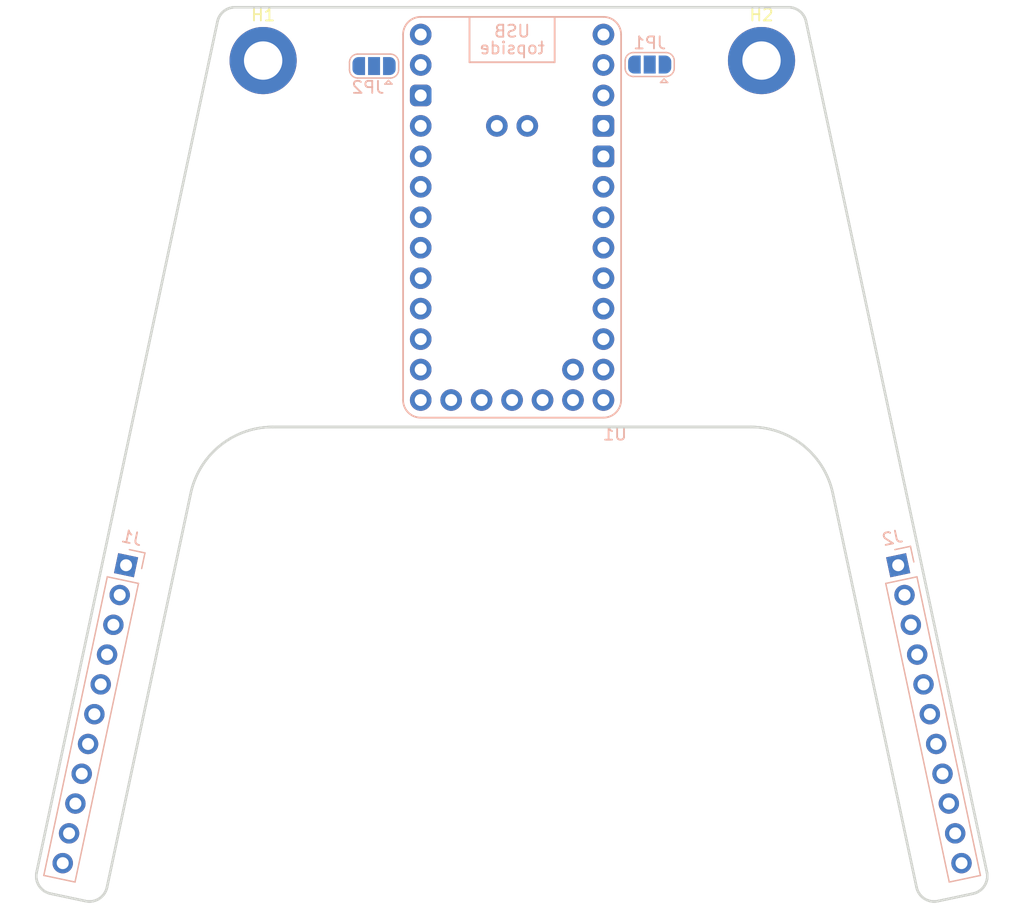
<source format=kicad_pcb>
(kicad_pcb (version 20240108) (generator "pcbnew") (generator_version "8.0")
  (layers (0 "F.Cu" signal) (31 "B.Cu" signal) (34 "B.Paste" user) (35 "F.Paste" user) (36 "B.SilkS" user "B.Silkscreen") (37 "F.SilkS" user "F.Silkscreen") (38 "B.Mask" user) (39 "F.Mask" user) (44 "Edge.Cuts" user))
  (net 0 "")
  (net 1 "col5")
  (net 2 "rgb")
  (net 3 "row2")
  (net 4 "row0")
  (net 5 "col4")
  (net 6 "col2")
  (net 7 "col3")
  (net 8 "row1")
  (net 9 "row3")
  (net 10 "col0")
  (net 11 "col1")
  (net 12 "col8")
  (net 13 "row5")
  (net 14 "col10")
  (net 15 "col6")
  (net 16 "GND")
  (net 17 "col9")
  (net 18 "row4")
  (net 19 "col7")
  (net 20 "col11")
  (net 21 "vcc")
  (net 22 "vccrgb")
  (net 32 "Net-(JP1-B)")
  (net 33 "Net-(JP1-A)")
  (net 34 "Net-(JP2-A)")
  (footprint "MountingHole:MountingHole_3.2mm_M3_DIN965_Pad" (layer "F.Cu") (at 219.0026 138.860167)
    (property "Reference" "H2" (at 0 -3.8 0) (layer "F.SilkS"))
    (property "Value" "MountingHole")
    (pad "1" thru_hole circle (at 0 0) (size 5.6 5.6) (drill 3.2) (layers "*.Cu" "*.Mask"))
  )
  (footprint "MountingHole:MountingHole_3.2mm_M3_DIN965_Pad" (layer "F.Cu") (at 177.4406 138.860167)
    (property "Reference" "H1" (at 0 -3.8 0) (layer "F.SilkS"))
    (property "Value" "MountingHole")
    (pad "1" thru_hole circle (at 0 0) (size 5.6 5.6) (drill 3.2) (layers "*.Cu" "*.Mask"))
  )
  (footprint "Connector_PinHeader_2.54mm:PinHeader_1x11_P2.54mm_Vertical" (layer "B.Cu") (at 230.399607 180.945708 -168)
    (property "Reference" "J2" (at 0 2.33 12) (layer "B.SilkS") (effects (justify mirror)))
    (property "Value" "Conn_01x11")
    (fp_line (start 1.33 -1.27) (end -1.33 -1.27) (stroke (width 0.12)) (layer "B.SilkS"))
    (fp_line (start 0.000001 1.33) (end -1.33 1.33) (stroke (width 0.12)) (layer "B.SilkS"))
    (fp_line (start -1.33 1.33) (end -1.33 0.000001) (stroke (width 0.12)) (layer "B.SilkS"))
    (fp_line (start 1.33 -26.73) (end 1.33 -1.27) (stroke (width 0.12)) (layer "B.SilkS"))
    (fp_line (start 1.33 -26.73) (end -1.33 -26.73) (stroke (width 0.12)) (layer "B.SilkS"))
    (fp_line (start -1.33 -26.73) (end -1.33 -1.27) (stroke (width 0.12)) (layer "B.SilkS"))
    (pad "1" thru_hole rect (at 0 0 192) (size 1.7 1.7) (drill 1) (layers "*.Cu" "*.Mask") (net 2 "rgb"))
    (pad "2" thru_hole oval (at 0.000001 -2.54 192) (size 1.7 1.7) (drill 1) (layers "*.Cu" "*.Mask") (net 13 "row5"))
    (pad "3" thru_hole oval (at -0.000001 -5.08 192) (size 1.7 1.7) (drill 1) (layers "*.Cu" "*.Mask") (net 20 "col11"))
    (pad "4" thru_hole oval (at 0 -7.62 192) (size 1.7 1.7) (drill 1) (layers "*.Cu" "*.Mask") (net 14 "col10"))
    (pad "5" thru_hole oval (at 0 -10.16 192) (size 1.7 1.7) (drill 1) (layers "*.Cu" "*.Mask") (net 17 "col9"))
    (pad "6" thru_hole oval (at 0 -12.700002 192) (size 1.7 1.7) (drill 1) (layers "*.Cu" "*.Mask") (net 12 "col8"))
    (pad "7" thru_hole oval (at 0 -15.24 192) (size 1.7 1.7) (drill 1) (layers "*.Cu" "*.Mask") (net 19 "col7"))
    (pad "8" thru_hole oval (at 0 -17.78 192) (size 1.7 1.7) (drill 1) (layers "*.Cu" "*.Mask") (net 15 "col6"))
    (pad "9" thru_hole oval (at 0 -20.32 192) (size 1.7 1.7) (drill 1) (layers "*.Cu" "*.Mask") (net 22 "vccrgb"))
    (pad "10" thru_hole oval (at 0 -22.86 192) (size 1.7 1.7) (drill 1) (layers "*.Cu" "*.Mask") (net 16 "GND"))
    (pad "11" thru_hole oval (at 0 -25.4 192) (size 1.7 1.7) (drill 1) (layers "*.Cu" "*.Mask") (net 18 "row4"))
  )
  (footprint "Connector_PinHeader_2.54mm:PinHeader_1x11_P2.54mm_Vertical" (layer "B.Cu") (at 166.008871 180.945708 168)
    (property "Reference" "J1" (at 0 2.33 168) (layer "B.SilkS") (effects (justify mirror)))
    (property "Value" "Conn_01x11")
    (fp_line (start 1.33 -26.73) (end -1.33 -26.73) (stroke (width 0.12)) (layer "B.SilkS"))
    (fp_line (start 1.33 -26.73) (end 1.33 -1.27) (stroke (width 0.12)) (layer "B.SilkS"))
    (fp_line (start -1.33 -26.73) (end -1.33 -1.27) (stroke (width 0.12)) (layer "B.SilkS"))
    (fp_line (start 1.33 -1.27) (end -1.33 -1.27) (stroke (width 0.12)) (layer "B.SilkS"))
    (fp_line (start -0.000001 1.33) (end -1.33 1.33) (stroke (width 0.12)) (layer "B.SilkS"))
    (fp_line (start -1.33 1.33) (end -1.33 -0.000001) (stroke (width 0.12)) (layer "B.SilkS"))
    (pad "1" thru_hole rect (at 0 0 168) (size 1.7 1.7) (drill 1) (layers "*.Cu" "*.Mask") (net 16 "GND"))
    (pad "2" thru_hole oval (at 0 -2.54 168) (size 1.7 1.7) (drill 1) (layers "*.Cu" "*.Mask") (net 10 "col0"))
    (pad "3" thru_hole oval (at 0 -5.08 168) (size 1.7 1.7) (drill 1) (layers "*.Cu" "*.Mask") (net 11 "col1"))
    (pad "4" thru_hole oval (at 0 -7.62 168) (size 1.7 1.7) (drill 1) (layers "*.Cu" "*.Mask") (net 6 "col2"))
    (pad "5" thru_hole oval (at 0 -10.16 168) (size 1.7 1.7) (drill 1) (layers "*.Cu" "*.Mask") (net 7 "col3"))
    (pad "6" thru_hole oval (at -0.000002 -12.7 168) (size 1.7 1.7) (drill 1) (layers "*.Cu" "*.Mask") (net 5 "col4"))
    (pad "7" thru_hole oval (at 0 -15.24 168) (size 1.7 1.7) (drill 1) (layers "*.Cu" "*.Mask") (net 1 "col5"))
    (pad "8" thru_hole oval (at 0 -17.78 168) (size 1.7 1.7) (drill 1) (layers "*.Cu" "*.Mask") (net 4 "row0"))
    (pad "9" thru_hole oval (at 0 -20.32 168) (size 1.7 1.7) (drill 1) (layers "*.Cu" "*.Mask") (net 8 "row1"))
    (pad "10" thru_hole oval (at 0 -22.86 168) (size 1.7 1.7) (drill 1) (layers "*.Cu" "*.Mask") (net 3 "row2"))
    (pad "11" thru_hole oval (at 0 -25.4 168) (size 1.7 1.7) (drill 1) (layers "*.Cu" "*.Mask") (net 9 "row3"))
  )
  (footprint "Jumper:SolderJumper-3_P1.3mm_Open_RoundedPad1.0x1.5mm" (layer "B.Cu") (at 186.69 139.319 180)
    (property "Reference" "JP2" (at 0.508 -1.778 0) (layer "B.SilkS") (effects (justify mirror)))
    (property "Value" "Jumper_3_Open")
    (fp_line (start 2.05 -0.3) (end 2.05 0.3) (stroke (width 0.12)) (layer "B.SilkS"))
    (fp_line (start 1.4 1) (end -1.4 1) (stroke (width 0.12)) (layer "B.SilkS"))
    (fp_line (start -0.9 -1.5) (end -1.2 -1.2) (stroke (width 0.12)) (layer "B.SilkS"))
    (fp_line (start -0.9 -1.5) (end -1.5 -1.5) (stroke (width 0.12)) (layer "B.SilkS"))
    (fp_line (start -1.4 -1) (end 1.4 -1) (stroke (width 0.12)) (layer "B.SilkS"))
    (fp_line (start -1.5 -1.5) (end -1.2 -1.2) (stroke (width 0.12)) (layer "B.SilkS"))
    (fp_line (start -2.05 0.3) (end -2.05 -0.3) (stroke (width 0.12)) (layer "B.SilkS"))
    (fp_arc (start 2.05 0.3) (mid 1.844975 0.794975) (end 1.35 1) (stroke (width 0.12)) (layer "B.SilkS"))
    (fp_arc (start 1.35 -1) (mid 1.844975 -0.794975) (end 2.05 -0.3) (stroke (width 0.12)) (layer "B.SilkS"))
    (fp_arc (start -1.35 1) (mid -1.844975 0.794975) (end -2.05 0.3) (stroke (width 0.12)) (layer "B.SilkS"))
    (fp_arc (start -2.05 -0.3) (mid -1.844975 -0.794975) (end -1.35 -1) (stroke (width 0.12)) (layer "B.SilkS"))
    (pad "1" smd custom (at -1.3 0 180) (size 1 0.5) (layers "B.Cu" "B.Mask") (net 34 "Net-(JP2-A)") (options (clearance outline) (anchor rect)) (primitives (gr_circle (center 0 -0.25) (end 0.5 -0.25) (width 0) (fill yes)) (gr_circle (center 0 0.25) (end 0.5 0.25) (width 0) (fill yes)) (gr_poly (pts (xy 0.55 -0.75) (xy 0 -0.75) (xy 0 0.75) (xy 0.55 0.75)) (width 0) (fill yes))))
    (pad "2" smd rect (at 0 0 180) (size 1 1.5) (layers "B.Cu" "B.Mask") (net 22 "vccrgb"))
    (pad "3" smd custom (at 1.3 0 180) (size 1 0.5) (layers "B.Cu" "B.Mask") (net 21 "vcc") (options (clearance outline) (anchor rect)) (primitives (gr_circle (center 0 -0.25) (end 0.5 -0.25) (width 0) (fill yes)) (gr_circle (center 0 0.25) (end 0.5 0.25) (width 0) (fill yes)) (gr_poly (pts (xy 0 -0.75) (xy -0.55 -0.75) (xy -0.55 0.75) (xy 0 0.75)) (width 0) (fill yes))))
  )
  (footprint "PCM_marbastlib-xp-promicroish:Helios_AH_USBup" (layer "B.Cu") (at 198.200946 153.2 180)
    (property "Reference" "U1" (at -9.67 -16.82 0) (layer "B.SilkS") (effects (justify left mirror)))
    (property "Value" "Helios")
    (fp_line (start 9.09 16.51) (end 9.09 -13.97) (stroke (width 0.15)) (layer "B.SilkS"))
    (fp_line (start 7.62 -15.44) (end -7.62 -15.44) (stroke (width 0.15)) (layer "B.SilkS"))
    (fp_line (start 3.55 17.98) (end 3.55 14.2) (stroke (width 0.15)) (layer "B.SilkS"))
    (fp_line (start -3.55 17.98) (end -3.55 14.2) (stroke (width 0.15)) (layer "B.SilkS"))
    (fp_line (start -3.55 14.2) (end 3.55 14.2) (stroke (width 0.15)) (layer "B.SilkS"))
    (fp_line (start -7.62 17.98) (end 7.62 17.98) (stroke (width 0.15)) (layer "B.SilkS"))
    (fp_line (start -9.09 -13.97) (end -9.09 16.51) (stroke (width 0.15)) (layer "B.SilkS"))
    (fp_arc (start 9.09 16.51) (mid 8.659447 17.549447) (end 7.62 17.98) (stroke (width 0.15)) (layer "B.SilkS"))
    (fp_arc (start 7.62 -15.44) (mid 8.659447 -15.009447) (end 9.09 -13.97) (stroke (width 0.15)) (layer "B.SilkS"))
    (fp_arc (start -7.62 17.98) (mid -8.659446 17.549446) (end -9.09 16.51) (stroke (width 0.15)) (layer "B.SilkS"))
    (fp_arc (start -9.09 -13.97) (mid -8.659447 -15.009447) (end -7.62 -15.44) (stroke (width 0.15)) (layer "B.SilkS"))
    (fp_text user "USB" (at 0 16.2 0) (layer "B.SilkS") (effects (justify bottom mirror)))
    (fp_text user "topside" (at 0 14.8 0) (layer "B.SilkS") (effects (justify bottom mirror)))
    (pad "1" thru_hole circle (at -7.62 13.97 180) (size 1.8 1.8) (drill 1) (layers "*.Cu" "F.Mask") (net 32 "Net-(JP1-B)"))
    (pad "2" thru_hole circle (at -7.62 11.43 180) (size 1.8 1.8) (drill 1) (layers "*.Cu" "F.Mask") (net 20 "col11"))
    (pad "3" thru_hole roundrect (at -7.62 8.89 180) (size 1.8 1.8) (drill 1) (layers "*.Cu" "F.Mask") (net 16 "GND"))
    (pad "4" thru_hole roundrect (at -7.62 6.35 180) (size 1.8 1.8) (drill 1) (layers "*.Cu" "F.Mask") (net 16 "GND"))
    (pad "5" thru_hole circle (at -7.62 3.81 180) (size 1.8 1.8) (drill 1) (layers "*.Cu" "F.Mask"))
    (pad "6" thru_hole circle (at -7.62 1.27 180) (size 1.8 1.8) (drill 1) (layers "*.Cu" "F.Mask"))
    (pad "7" thru_hole circle (at -7.62 -1.27 180) (size 1.8 1.8) (drill 1) (layers "*.Cu" "F.Mask") (net 14 "col10"))
    (pad "8" thru_hole circle (at -7.62 -3.81 180) (size 1.8 1.8) (drill 1) (layers "*.Cu" "F.Mask") (net 17 "col9"))
    (pad "9" thru_hole circle (at -7.62 -6.35 180) (size 1.8 1.8) (drill 1) (layers "*.Cu" "F.Mask") (net 12 "col8"))
    (pad "10" thru_hole circle (at -7.62 -8.89 180) (size 1.8 1.8) (drill 1) (layers "*.Cu" "F.Mask") (net 19 "col7"))
    (pad "11" thru_hole circle (at -7.62 -11.43 180) (size 1.8 1.8) (drill 1) (layers "*.Cu" "F.Mask") (net 15 "col6"))
    (pad "12" thru_hole circle (at -7.62 -13.97 180) (size 1.8 1.8) (drill 1) (layers "*.Cu" "F.Mask") (net 18 "row4"))
    (pad "13" thru_hole circle (at 7.62 13.97 180) (size 1.8 1.8) (drill 1) (layers "*.Cu" "F.Mask") (net 34 "Net-(JP2-A)"))
    (pad "14" thru_hole roundrect (at 7.62 11.43 180) (size 1.8 1.8) (drill 1) (layers "*.Cu" "F.Mask") (net 16 "GND"))
    (pad "15" thru_hole circle (at 7.62 8.89 180) (size 1.8 1.8) (drill 1) (layers "*.Cu" "F.Mask"))
    (pad "16" thru_hole circle (at 7.62 6.35 180) (size 1.8 1.8) (drill 1) (layers "*.Cu" "F.Mask") (net 21 "vcc"))
    (pad "17" thru_hole circle (at 7.62 3.81 180) (size 1.8 1.8) (drill 1) (layers "*.Cu" "F.Mask") (net 11 "col1"))
    (pad "18" thru_hole circle (at 7.62 1.27 180) (size 1.8 1.8) (drill 1) (layers "*.Cu" "F.Mask") (net 6 "col2"))
    (pad "19" thru_hole circle (at 7.62 -1.27 180) (size 1.8 1.8) (drill 1) (layers "*.Cu" "F.Mask") (net 7 "col3"))
    (pad "20" thru_hole circle (at 7.62 -3.81 180) (size 1.8 1.8) (drill 1) (layers "*.Cu" "F.Mask") (net 5 "col4"))
    (pad "21" thru_hole circle (at 7.62 -6.35 180) (size 1.8 1.8) (drill 1) (layers "*.Cu" "F.Mask"))
    (pad "22" thru_hole circle (at 7.62 -8.89 180) (size 1.8 1.8) (drill 1) (layers "*.Cu" "F.Mask"))
    (pad "23" thru_hole circle (at 7.62 -11.43 180) (size 1.8 1.8) (drill 1) (layers "*.Cu" "F.Mask"))
    (pad "24" thru_hole circle (at 7.62 -13.97 180) (size 1.8 1.8) (drill 1) (layers "*.Cu" "F.Mask"))
    (pad "25" thru_hole circle (at -5.08 -13.97 180) (size 1.8 1.8) (drill 1) (layers "*.Cu" "F.Mask") (net 9 "row3"))
    (pad "26" thru_hole circle (at -2.54 -13.97 180) (size 1.8 1.8) (drill 1) (layers "*.Cu" "F.Mask") (net 3 "row2"))
    (pad "27" thru_hole circle (at 0 -13.97 180) (size 1.8 1.8) (drill 1) (layers "*.Cu" "F.Mask") (net 8 "row1"))
    (pad "28" thru_hole circle (at 2.54 -13.97 180) (size 1.8 1.8) (drill 1) (layers "*.Cu" "F.Mask") (net 4 "row0"))
    (pad "29" thru_hole circle (at 5.08 -13.97 180) (size 1.8 1.8) (drill 1) (layers "*.Cu" "F.Mask") (net 1 "col5"))
    (pad "30" thru_hole circle (at 7.62 16.51 180) (size 1.8 1.8) (drill 1) (layers "*.Cu" "F.Mask") (net 10 "col0"))
    (pad "31" thru_hole circle (at -7.62 16.51 180) (size 1.8 1.8) (drill 1) (layers "*.Cu" "F.Mask") (net 13 "row5"))
    (pad "32" thru_hole circle (at -1.27 8.89 180) (size 1.8 1.8) (drill 1) (layers "*.Cu" "F.Mask"))
    (pad "33" thru_hole circle (at 1.27 8.89 180) (size 1.8 1.8) (drill 1) (layers "*.Cu" "F.Mask"))
    (pad "34" thru_hole circle (at -5.08 -11.43 180) (size 1.8 1.8) (drill 1) (layers "*.Cu" "F.Mask") (net 33 "Net-(JP1-A)"))
  )
  (footprint "Jumper:SolderJumper-3_P1.3mm_Open_RoundedPad1.0x1.5mm" (layer "B.Cu") (at 209.677 139.192 180)
    (property "Reference" "JP1" (at 0 1.8 0) (layer "B.SilkS") (effects (justify mirror)))
    (property "Value" "Jumper_3_Open")
    (fp_line (start 2.05 -0.3) (end 2.05 0.3) (stroke (width 0.12)) (layer "B.SilkS"))
    (fp_line (start 1.4 1) (end -1.4 1) (stroke (width 0.12)) (layer "B.SilkS"))
    (fp_line (start -0.9 -1.5) (end -1.2 -1.2) (stroke (width 0.12)) (layer "B.SilkS"))
    (fp_line (start -0.9 -1.5) (end -1.5 -1.5) (stroke (width 0.12)) (layer "B.SilkS"))
    (fp_line (start -1.4 -1) (end 1.4 -1) (stroke (width 0.12)) (layer "B.SilkS"))
    (fp_line (start -1.5 -1.5) (end -1.2 -1.2) (stroke (width 0.12)) (layer "B.SilkS"))
    (fp_line (start -2.05 0.3) (end -2.05 -0.3) (stroke (width 0.12)) (layer "B.SilkS"))
    (fp_arc (start 2.05 0.3) (mid 1.844975 0.794975) (end 1.35 1) (stroke (width 0.12)) (layer "B.SilkS"))
    (fp_arc (start 1.35 -1) (mid 1.844975 -0.794975) (end 2.05 -0.3) (stroke (width 0.12)) (layer "B.SilkS"))
    (fp_arc (start -1.35 1) (mid -1.844975 0.794975) (end -2.05 0.3) (stroke (width 0.12)) (layer "B.SilkS"))
    (fp_arc (start -2.05 -0.3) (mid -1.844975 -0.794975) (end -1.35 -1) (stroke (width 0.12)) (layer "B.SilkS"))
    (pad "1" smd custom (at -1.3 0 180) (size 1 0.5) (layers "B.Cu" "B.Mask") (net 33 "Net-(JP1-A)") (options (clearance outline) (anchor rect)) (primitives (gr_circle (center 0 -0.25) (end 0.5 -0.25) (width 0) (fill yes)) (gr_circle (center 0 0.25) (end 0.5 0.25) (width 0) (fill yes)) (gr_poly (pts (xy 0.55 -0.75) (xy 0 -0.75) (xy 0 0.75) (xy 0.55 0.75)) (width 0) (fill yes))))
    (pad "2" smd rect (at 0 0 180) (size 1 1.5) (layers "B.Cu" "B.Mask") (net 2 "rgb"))
    (pad "3" smd custom (at 1.3 0 180) (size 1 0.5) (layers "B.Cu" "B.Mask") (net 32 "Net-(JP1-B)") (options (clearance outline) (anchor rect)) (primitives (gr_circle (center 0 -0.25) (end 0.5 -0.25) (width 0) (fill yes)) (gr_circle (center 0 0.25) (end 0.5 0.25) (width 0) (fill yes)) (gr_poly (pts (xy 0 -0.75) (xy -0.55 -0.75) (xy -0.55 0.75) (xy 0 0.75)) (width 0) (fill yes))))
  )
  (gr_arc (start 218.102364 169.415621) (mid 222.507606 170.975599) (end 224.949395 174.960238) (stroke (width 0.2)) (layer "Edge.Cuts"))
  (gr_arc (start 159.706649 208.332962) (mid 158.760511 207.682698) (end 158.551295 206.553872) (stroke (width 0.2)) (layer "Edge.Cuts"))
  (gr_line (start 164.420181 207.801342) (end 171.400773 174.96024) (stroke (width 0.2)) (layer "Edge.Cuts"))
  (gr_line (start 236.637123 208.334321) (end 233.709046 208.956703) (stroke (width 0.2)) (layer "Edge.Cuts"))
  (gr_arc (start 237.798873 206.553873) (mid 237.58786 207.685434) (end 236.637123 208.334321) (stroke (width 0.2)) (layer "Edge.Cuts"))
  (gr_arc (start 159.70665 208.332962) (mid 158.760511 207.682699) (end 158.551295 206.553873) (stroke (width 0.2)) (layer "Edge.Cuts"))
  (gr_line (start 236.637123 208.334321) (end 233.709046 208.956703) (stroke (width 0.2)) (layer "Edge.Cuts"))
  (gr_arc (start 233.709046 208.956703) (mid 232.580241 208.747491) (end 231.929993 207.80137) (stroke (width 0.2)) (layer "Edge.Cuts"))
  (gr_line (start 159.70665 208.332962) (end 162.641091 208.956697) (stroke (width 0.2)) (layer "Edge.Cuts"))
  (gr_line (start 158.551295 206.553872) (end 173.632209 135.603754) (stroke (width 0.2)) (layer "Edge.Cuts"))
  (gr_line (start 178.247807 169.415621) (end 218.102364 169.415621) (stroke (width 0.2)) (layer "Edge.Cuts"))
  (gr_line (start 164.420181 207.801342) (end 171.400773 174.96024) (stroke (width 0.2)) (layer "Edge.Cuts"))
  (gr_line (start 231.929993 207.80137) (end 224.949395 174.960238) (stroke (width 0.2)) (layer "Edge.Cuts"))
  (gr_arc (start 164.420181 207.801343) (mid 163.769918 208.747481) (end 162.641092 208.956697) (stroke (width 0.2)) (layer "Edge.Cuts"))
  (gr_arc (start 218.102364 169.415621) (mid 222.507606 170.975599) (end 224.949395 174.960238) (stroke (width 0.2)) (layer "Edge.Cuts"))
  (gr_line (start 158.551295 206.553873) (end 173.632209 135.603753) (stroke (width 0.2)) (layer "Edge.Cuts"))
  (gr_line (start 231.929993 207.80137) (end 224.949395 174.960238) (stroke (width 0.2)) (layer "Edge.Cuts"))
  (gr_line (start 222.717959 135.603753) (end 237.798864 206.553829) (stroke (width 0.2)) (layer "Edge.Cuts"))
  (gr_arc (start 159.706649 208.332962) (mid 158.760511 207.682699) (end 158.551295 206.553873) (stroke (width 0.2)) (layer "Edge.Cuts"))
  (gr_line (start 231.929993 207.80137) (end 224.949395 174.960238) (stroke (width 0.2)) (layer "Edge.Cuts"))
  (gr_arc (start 173.632209 135.603754) (mid 174.15545 134.749902) (end 175.099431 134.415621) (stroke (width 0.2)) (layer "Edge.Cuts"))
  (gr_line (start 231.929993 207.80137) (end 224.949395 174.960238) (stroke (width 0.2)) (layer "Edge.Cuts"))
  (gr_arc (start 221.250738 134.415621) (mid 222.19474 134.749885) (end 222.717959 135.603753) (stroke (width 0.2)) (layer "Edge.Cuts"))
  (gr_line (start 178.247806 169.415621) (end 218.102364 169.415621) (stroke (width 0.2)) (layer "Edge.Cuts"))
  (gr_line (start 175.099431 134.415621) (end 221.250784 134.415621) (stroke (width 0.2)) (layer "Edge.Cuts"))
  (gr_arc (start 173.632209 135.603753) (mid 174.15545 134.749902) (end 175.09943 134.415621) (stroke (width 0.2)) (layer "Edge.Cuts"))
  (gr_arc (start 171.400773 174.96024) (mid 173.842564 170.975599) (end 178.247807 169.415621) (stroke (width 0.2)) (layer "Edge.Cuts"))
  (gr_line (start 164.420181 207.801343) (end 171.400773 174.96024) (stroke (width 0.2)) (layer "Edge.Cuts"))
  (gr_arc (start 173.632209 135.603753) (mid 174.15545 134.749901) (end 175.099431 134.415621) (stroke (width 0.2)) (layer "Edge.Cuts"))
  (gr_line (start 159.70665 208.332962) (end 162.641092 208.956697) (stroke (width 0.2)) (layer "Edge.Cuts"))
  (gr_line (start 222.717959 135.603753) (end 237.798873 206.553873) (stroke (width 0.2)) (layer "Edge.Cuts"))
  (gr_line (start 164.420181 207.801343) (end 171.400773 174.96024) (stroke (width 0.2)) (layer "Edge.Cuts"))
  (gr_arc (start 233.709046 208.956703) (mid 232.580241 208.747491) (end 231.929993 207.80137) (stroke (width 0.2)) (layer "Edge.Cuts"))
  (gr_arc (start 233.709046 208.956703) (mid 232.580241 208.747491) (end 231.929993 207.80137) (stroke (width 0.2)) (layer "Edge.Cuts"))
  (gr_arc (start 171.400773 174.96024) (mid 173.842563 170.9756) (end 178.247806 169.415622) (stroke (width 0.2)) (layer "Edge.Cuts"))
  (gr_arc (start 171.400773 174.96024) (mid 173.842564 170.975599) (end 178.247807 169.415621) (stroke (width 0.2)) (layer "Edge.Cuts"))
  (gr_arc (start 221.250784 134.415621) (mid 222.194733 134.749908) (end 222.717959 135.603753) (stroke (width 0.2)) (layer "Edge.Cuts"))
  (gr_arc (start 171.400773 174.96024) (mid 173.842564 170.975599) (end 178.247807 169.415621) (stroke (width 0.2)) (layer "Edge.Cuts"))
  (gr_line (start 159.706649 208.332962) (end 162.641092 208.956697) (stroke (width 0.2)) (layer "Edge.Cuts"))
  (gr_arc (start 218.102364 169.415621) (mid 222.507606 170.975599) (end 224.949395 174.960238) (stroke (width 0.2)) (layer "Edge.Cuts"))
  (gr_line (start 236.637123 208.334321) (end 233.709046 208.956703) (stroke (width 0.2)) (layer "Edge.Cuts"))
  (gr_arc (start 173.632209 135.603754) (mid 174.155449 134.749902) (end 175.09943 134.415621) (stroke (width 0.2)) (layer "Edge.Cuts"))
  (gr_line (start 222.717959 135.603753) (end 237.798873 206.553873) (stroke (width 0.2)) (layer "Edge.Cuts"))
  (gr_arc (start 164.420181 207.801342) (mid 163.769918 208.747481) (end 162.641091 208.956697) (stroke (width 0.2)) (layer "Edge.Cuts"))
  (gr_line (start 175.09943 134.415621) (end 221.250738 134.415621) (stroke (width 0.2)) (layer "Edge.Cuts"))
  (gr_line (start 222.717959 135.603753) (end 237.798864 206.553829) (stroke (width 0.2)) (layer "Edge.Cuts"))
  (gr_line (start 236.637123 208.334321) (end 233.709046 208.956703) (stroke (width 0.2)) (layer "Edge.Cuts"))
  (gr_arc (start 164.420181 207.801343) (mid 163.769917 208.747481) (end 162.641091 208.956697) (stroke (width 0.2)) (layer "Edge.Cuts"))
  (gr_line (start 158.551295 206.553873) (end 173.632209 135.603754) (stroke (width 0.2)) (layer "Edge.Cuts"))
  (gr_arc (start 221.250738 134.415621) (mid 222.19474 134.749885) (end 222.717959 135.603753) (stroke (width 0.2)) (layer "Edge.Cuts"))
  (gr_line (start 158.551295 206.553872) (end 173.632209 135.603753) (stroke (width 0.2)) (layer "Edge.Cuts"))
  (gr_line (start 175.09943 134.415621) (end 221.250784 134.415621) (stroke (width 0.2)) (layer "Edge.Cuts"))
  (gr_line (start 175.099431 134.415621) (end 221.250738 134.415621) (stroke (width 0.2)) (layer "Edge.Cuts"))
  (gr_arc (start 237.798864 206.553829) (mid 237.589656 207.682675) (end 236.643519 208.332962) (stroke (width 0.2)) (layer "Edge.Cuts"))
  (gr_arc (start 218.102364 169.415621) (mid 222.507606 170.975599) (end 224.949395 174.960238) (stroke (width 0.2)) (layer "Edge.Cuts"))
  (gr_arc (start 233.709046 208.956703) (mid 232.580241 208.747491) (end 231.929993 207.80137) (stroke (width 0.2)) (layer "Edge.Cuts"))
  (gr_line (start 178.247807 169.415621) (end 218.102364 169.415621) (stroke (width 0.2)) (layer "Edge.Cuts"))
  (gr_arc (start 237.798864 206.553829) (mid 237.587873 207.685415) (end 236.637123 208.334321) (stroke (width 0.2)) (layer "Edge.Cuts"))
  (gr_arc (start 164.420181 207.801342) (mid 163.769918 208.747481) (end 162.641092 208.956697) (stroke (width 0.2)) (layer "Edge.Cuts"))
  (gr_line (start 159.706649 208.332962) (end 162.641091 208.956697) (stroke (width 0.2)) (layer "Edge.Cuts"))
  (gr_line (start 178.247806 169.415622) (end 178.247806 169.415621) (stroke (width 0.2)) (layer "Edge.Cuts"))
  (gr_arc (start 159.70665 208.332962) (mid 158.760511 207.682699) (end 158.551295 206.553872) (stroke (width 0.2)) (layer "Edge.Cuts"))
  (gr_arc (start 237.798873 206.553873) (mid 237.58786 207.685434) (end 236.637123 208.334321) (stroke (width 0.2)) (layer "Edge.Cuts"))
  (gr_arc (start 221.250784 134.415621) (mid 222.194733 134.749908) (end 222.717959 135.603753) (stroke (width 0.2)) (layer "Edge.Cuts"))
  (gr_line (start 178.247807 169.415621) (end 218.102364 169.415621) (stroke (width 0.2)) (layer "Edge.Cuts"))
  (segment (start 205.761946 139.289) (end 205.820946 139.23) (width 0.2) (layer "F.Cu") (net 32))
)
</source>
